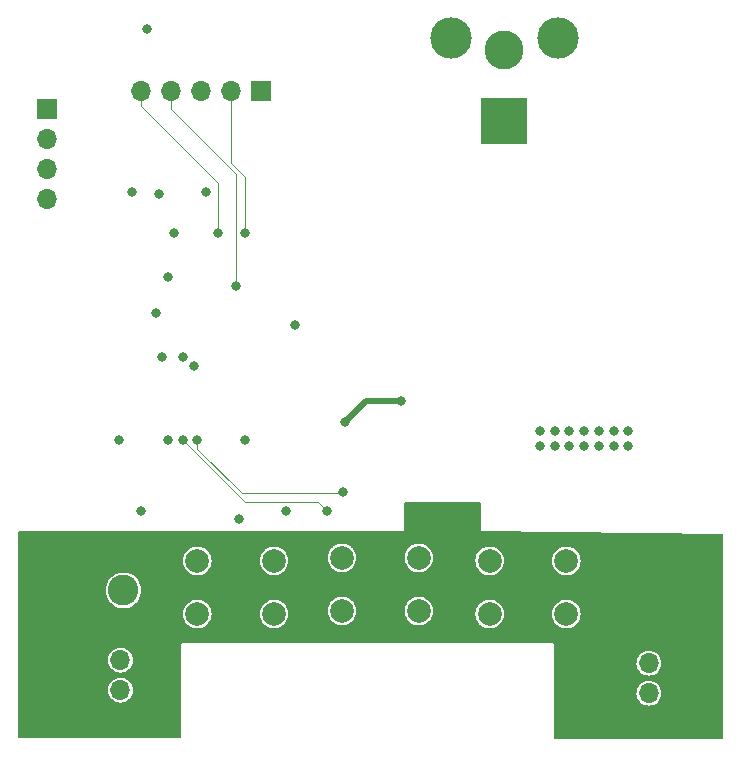
<source format=gbr>
%TF.GenerationSoftware,KiCad,Pcbnew,(7.0.0)*%
%TF.CreationDate,2023-08-10T01:03:10-05:00*%
%TF.ProjectId,Power_Supply,506f7765-725f-4537-9570-706c792e6b69,1*%
%TF.SameCoordinates,Original*%
%TF.FileFunction,Copper,L2,Inr*%
%TF.FilePolarity,Positive*%
%FSLAX46Y46*%
G04 Gerber Fmt 4.6, Leading zero omitted, Abs format (unit mm)*
G04 Created by KiCad (PCBNEW (7.0.0)) date 2023-08-10 01:03:10*
%MOMM*%
%LPD*%
G01*
G04 APERTURE LIST*
%TA.AperFunction,ComponentPad*%
%ADD10R,1.700000X1.700000*%
%TD*%
%TA.AperFunction,ComponentPad*%
%ADD11O,1.700000X1.700000*%
%TD*%
%TA.AperFunction,ComponentPad*%
%ADD12R,4.000000X4.000000*%
%TD*%
%TA.AperFunction,ComponentPad*%
%ADD13C,3.300000*%
%TD*%
%TA.AperFunction,ComponentPad*%
%ADD14C,3.500000*%
%TD*%
%TA.AperFunction,ComponentPad*%
%ADD15C,2.600000*%
%TD*%
%TA.AperFunction,ComponentPad*%
%ADD16C,2.000000*%
%TD*%
%TA.AperFunction,ViaPad*%
%ADD17C,0.800000*%
%TD*%
%TA.AperFunction,Conductor*%
%ADD18C,0.500000*%
%TD*%
%TA.AperFunction,Conductor*%
%ADD19C,0.090000*%
%TD*%
G04 APERTURE END LIST*
D10*
%TO.N,ADC*%
%TO.C,J10*%
X113454999Y-108444999D03*
D11*
X113454999Y-105904999D03*
%TO.N,GND*%
X115994999Y-108444999D03*
X115994999Y-105904999D03*
%TD*%
D12*
%TO.N,/MCU_POWER/JACK_OUT*%
%TO.C,J1*%
X148499999Y-60249999D03*
D13*
%TO.N,GND*%
X148500000Y-54250000D03*
D14*
%TO.N,N/C*%
X153000000Y-53250000D03*
X144000000Y-53250000D03*
%TD*%
D10*
%TO.N,+3.3V*%
%TO.C,J3*%
X109749999Y-59249999D03*
D11*
%TO.N,SCL*%
X109749999Y-61789999D03*
%TO.N,SDA*%
X109749999Y-64329999D03*
%TO.N,GND*%
X109749999Y-66869999D03*
%TD*%
D15*
%TO.N,ADC*%
%TO.C,H5*%
X111000000Y-100000000D03*
%TD*%
D16*
%TO.N,GND*%
%TO.C,SW1*%
X129000000Y-102000000D03*
X122500000Y-102000000D03*
%TO.N,/NRST*%
X129000000Y-97500000D03*
X122500000Y-97500000D03*
%TD*%
%TO.N,POT_BTN_DWN*%
%TO.C,SW3*%
X134750000Y-97250000D03*
X141250000Y-97250000D03*
%TO.N,GND*%
X134750000Y-101750000D03*
X141250000Y-101750000D03*
%TD*%
%TO.N,POT_BTN_UP*%
%TO.C,SW2*%
X147250000Y-97500000D03*
X153750000Y-97500000D03*
%TO.N,GND*%
X147250000Y-102000000D03*
X153750000Y-102000000D03*
%TD*%
D15*
%TO.N,GND*%
%TO.C,H6*%
X116250000Y-100000000D03*
%TD*%
D10*
%TO.N,+3.3V*%
%TO.C,J4*%
X127869999Y-57749999D03*
D11*
%TO.N,SWCLK*%
X125329999Y-57749999D03*
%TO.N,GND*%
X122789999Y-57749999D03*
%TO.N,SWDIO*%
X120249999Y-57749999D03*
%TO.N,SWO*%
X117709999Y-57749999D03*
%TD*%
D10*
%TO.N,ADC*%
%TO.C,J5*%
X158199999Y-108709999D03*
D11*
X158199999Y-106169999D03*
%TO.N,GND*%
X160739999Y-108709999D03*
X160739999Y-106169999D03*
%TD*%
D17*
%TO.N,Net-(U1-PA1)*%
X119500000Y-80250000D03*
X117750000Y-93250000D03*
%TO.N,+3.3V*%
X151500000Y-86500000D03*
X151500000Y-87750000D03*
X156500000Y-87750000D03*
X152750000Y-86500000D03*
X159000000Y-87750000D03*
X154000000Y-87750000D03*
X130749999Y-77500000D03*
X115862500Y-87250000D03*
X157750000Y-86500000D03*
X152750000Y-87750000D03*
X159000000Y-86500000D03*
X126500000Y-87250000D03*
X130000000Y-93250000D03*
X123250000Y-66250000D03*
X157750000Y-87750000D03*
X117000000Y-66250000D03*
X118250000Y-52500000D03*
X156500000Y-86500000D03*
X154000000Y-86500000D03*
X155250000Y-86500000D03*
X119294269Y-66455731D03*
X120000000Y-87250000D03*
X155250000Y-87750000D03*
%TO.N,/NRST*%
X126000000Y-94000000D03*
X119000000Y-76500000D03*
%TO.N,Wiper*%
X139750000Y-84000000D03*
X135000000Y-85750000D03*
%TO.N,PU*%
X121250000Y-87250000D03*
X133500000Y-93250000D03*
%TO.N,PD*%
X122500000Y-87250000D03*
X134830731Y-91669269D03*
%TO.N,SCL*%
X120500000Y-69750000D03*
%TO.N,SDA*%
X120000000Y-73500000D03*
%TO.N,SWCLK*%
X126500000Y-69750000D03*
%TO.N,SWDIO*%
X125750000Y-74250000D03*
%TO.N,SWO*%
X124250000Y-69750000D03*
%TO.N,POT_BTN_UP*%
X121250000Y-80250000D03*
%TO.N,POT_BTN_DWN*%
X122250000Y-81000000D03*
%TO.N,ADC*%
X144000000Y-94750000D03*
X145500000Y-94750000D03*
X141000000Y-94750000D03*
X144000000Y-93500000D03*
X142500000Y-94750000D03*
X141000000Y-93500000D03*
X145500000Y-93500000D03*
X114500000Y-95750000D03*
X142500000Y-93500000D03*
%TD*%
D18*
%TO.N,Wiper*%
X135000000Y-85750000D02*
X136750000Y-84000000D01*
X136750000Y-84000000D02*
X139750000Y-84000000D01*
D19*
%TO.N,PU*%
X126500000Y-92500000D02*
X132750000Y-92500000D01*
X121250000Y-87250000D02*
X126500000Y-92500000D01*
X132750000Y-92500000D02*
X133500000Y-93250000D01*
%TO.N,PD*%
X126250000Y-91750000D02*
X134750000Y-91750000D01*
X134750000Y-91750000D02*
X134830731Y-91669269D01*
X122500000Y-88000000D02*
X126250000Y-91750000D01*
X122500000Y-87250000D02*
X122500000Y-88000000D01*
%TO.N,SWCLK*%
X126500000Y-65000000D02*
X126500000Y-69750000D01*
X125330000Y-57750000D02*
X125330000Y-63830000D01*
X125330000Y-63830000D02*
X126500000Y-65000000D01*
%TO.N,SWDIO*%
X125750000Y-64750000D02*
X125750000Y-74250000D01*
X120250000Y-59250000D02*
X125750000Y-64750000D01*
X120250000Y-57750000D02*
X120250000Y-59250000D01*
%TO.N,SWO*%
X117710000Y-57750000D02*
X117710000Y-58960000D01*
X117710000Y-58960000D02*
X124250000Y-65500000D01*
X124250000Y-65500000D02*
X124250000Y-69750000D01*
%TD*%
%TA.AperFunction,Conductor*%
%TO.N,ADC*%
G36*
X146438000Y-92516613D02*
G01*
X146483387Y-92562000D01*
X146500000Y-92624000D01*
X146500000Y-95000000D01*
X166907264Y-95237293D01*
X166968662Y-95254388D01*
X167013459Y-95299724D01*
X167029820Y-95361323D01*
X167024538Y-112493374D01*
X167007916Y-112555353D01*
X166962538Y-112600723D01*
X166900557Y-112617336D01*
X152825319Y-112619478D01*
X152795255Y-112615783D01*
X152784532Y-112613105D01*
X152735937Y-112588674D01*
X152702473Y-112545797D01*
X152690577Y-112492728D01*
X152692891Y-108710000D01*
X159684417Y-108710000D01*
X159685014Y-108716061D01*
X159704102Y-108909869D01*
X159704103Y-108909875D01*
X159704700Y-108915934D01*
X159764768Y-109113954D01*
X159767638Y-109119323D01*
X159767640Y-109119328D01*
X159859444Y-109291079D01*
X159862315Y-109296450D01*
X159993590Y-109456410D01*
X160153550Y-109587685D01*
X160336046Y-109685232D01*
X160534066Y-109745300D01*
X160740000Y-109765583D01*
X160945934Y-109745300D01*
X161143954Y-109685232D01*
X161326450Y-109587685D01*
X161486410Y-109456410D01*
X161617685Y-109296450D01*
X161715232Y-109113954D01*
X161775300Y-108915934D01*
X161795583Y-108710000D01*
X161775300Y-108504066D01*
X161715232Y-108306046D01*
X161617685Y-108123550D01*
X161486410Y-107963590D01*
X161326450Y-107832315D01*
X161321079Y-107829444D01*
X161149328Y-107737640D01*
X161149323Y-107737638D01*
X161143954Y-107734768D01*
X161107356Y-107723666D01*
X160951764Y-107676468D01*
X160951759Y-107676467D01*
X160945934Y-107674700D01*
X160939875Y-107674103D01*
X160939869Y-107674102D01*
X160746061Y-107655014D01*
X160740000Y-107654417D01*
X160733939Y-107655014D01*
X160540130Y-107674102D01*
X160540122Y-107674103D01*
X160534066Y-107674700D01*
X160528242Y-107676466D01*
X160528235Y-107676468D01*
X160341877Y-107732999D01*
X160341875Y-107732999D01*
X160336046Y-107734768D01*
X160330679Y-107737636D01*
X160330671Y-107737640D01*
X160158920Y-107829444D01*
X160158915Y-107829447D01*
X160153550Y-107832315D01*
X160148846Y-107836174D01*
X160148842Y-107836178D01*
X159998296Y-107959727D01*
X159998290Y-107959732D01*
X159993590Y-107963590D01*
X159989732Y-107968290D01*
X159989727Y-107968296D01*
X159866178Y-108118842D01*
X159866174Y-108118846D01*
X159862315Y-108123550D01*
X159859447Y-108128915D01*
X159859444Y-108128920D01*
X159767640Y-108300671D01*
X159767636Y-108300679D01*
X159764768Y-108306046D01*
X159762999Y-108311875D01*
X159762999Y-108311877D01*
X159706468Y-108498235D01*
X159706466Y-108498242D01*
X159704700Y-108504066D01*
X159704103Y-108510122D01*
X159704102Y-108510130D01*
X159689660Y-108656764D01*
X159684417Y-108710000D01*
X152692891Y-108710000D01*
X152694445Y-106170000D01*
X159684417Y-106170000D01*
X159685014Y-106176061D01*
X159704102Y-106369869D01*
X159704103Y-106369875D01*
X159704700Y-106375934D01*
X159764768Y-106573954D01*
X159767638Y-106579323D01*
X159767640Y-106579328D01*
X159859444Y-106751079D01*
X159862315Y-106756450D01*
X159993590Y-106916410D01*
X160153550Y-107047685D01*
X160336046Y-107145232D01*
X160534066Y-107205300D01*
X160740000Y-107225583D01*
X160945934Y-107205300D01*
X161143954Y-107145232D01*
X161326450Y-107047685D01*
X161486410Y-106916410D01*
X161617685Y-106756450D01*
X161715232Y-106573954D01*
X161775300Y-106375934D01*
X161795583Y-106170000D01*
X161775300Y-105964066D01*
X161715232Y-105766046D01*
X161617685Y-105583550D01*
X161486410Y-105423590D01*
X161326450Y-105292315D01*
X161321079Y-105289444D01*
X161149328Y-105197640D01*
X161149323Y-105197638D01*
X161143954Y-105194768D01*
X161107356Y-105183666D01*
X160951764Y-105136468D01*
X160951759Y-105136467D01*
X160945934Y-105134700D01*
X160939875Y-105134103D01*
X160939869Y-105134102D01*
X160746061Y-105115014D01*
X160740000Y-105114417D01*
X160733939Y-105115014D01*
X160540130Y-105134102D01*
X160540122Y-105134103D01*
X160534066Y-105134700D01*
X160528242Y-105136466D01*
X160528235Y-105136468D01*
X160341877Y-105192999D01*
X160341875Y-105192999D01*
X160336046Y-105194768D01*
X160330679Y-105197636D01*
X160330671Y-105197640D01*
X160158920Y-105289444D01*
X160158915Y-105289447D01*
X160153550Y-105292315D01*
X160148846Y-105296174D01*
X160148842Y-105296178D01*
X159998296Y-105419727D01*
X159998290Y-105419732D01*
X159993590Y-105423590D01*
X159989732Y-105428290D01*
X159989727Y-105428296D01*
X159866178Y-105578842D01*
X159866174Y-105578846D01*
X159862315Y-105583550D01*
X159859447Y-105588915D01*
X159859444Y-105588920D01*
X159767640Y-105760671D01*
X159767636Y-105760679D01*
X159764768Y-105766046D01*
X159762999Y-105771875D01*
X159762999Y-105771877D01*
X159706468Y-105958235D01*
X159706466Y-105958242D01*
X159704700Y-105964066D01*
X159704103Y-105970122D01*
X159704102Y-105970130D01*
X159689660Y-106116764D01*
X159684417Y-106170000D01*
X152694445Y-106170000D01*
X152695418Y-104580145D01*
X152695451Y-104580096D01*
X152695418Y-104579945D01*
X152695419Y-104579899D01*
X152695398Y-104579848D01*
X152695387Y-104579796D01*
X152695360Y-104579757D01*
X152695302Y-104579615D01*
X152695247Y-104579592D01*
X152640478Y-104499813D01*
X152640465Y-104499721D01*
X152640364Y-104499647D01*
X152640356Y-104499635D01*
X152640281Y-104499586D01*
X152640217Y-104499539D01*
X152640204Y-104499535D01*
X152640099Y-104499467D01*
X152640007Y-104499486D01*
X152623708Y-104495411D01*
X152623707Y-104495411D01*
X152576214Y-104483540D01*
X152560148Y-104479524D01*
X152560090Y-104479500D01*
X152560052Y-104479499D01*
X152560016Y-104479491D01*
X152559955Y-104479499D01*
X152549184Y-104479498D01*
X152549181Y-104479498D01*
X121230867Y-104479378D01*
X121220187Y-104479378D01*
X121220171Y-104479364D01*
X121219984Y-104479378D01*
X121219901Y-104479378D01*
X121219882Y-104479385D01*
X121219864Y-104479387D01*
X121219794Y-104479421D01*
X121219617Y-104479495D01*
X121219608Y-104479515D01*
X121214043Y-104482308D01*
X121214042Y-104482309D01*
X121213674Y-104482493D01*
X121213665Y-104482498D01*
X121211053Y-104483809D01*
X121211049Y-104483811D01*
X121165873Y-104506491D01*
X121165871Y-104506492D01*
X121159956Y-104509462D01*
X121159951Y-104509461D01*
X121159762Y-104509559D01*
X121159687Y-104509598D01*
X121159684Y-104509601D01*
X121159679Y-104509604D01*
X121159608Y-104509688D01*
X121159486Y-104509830D01*
X121159486Y-104509835D01*
X121155840Y-104514209D01*
X121155836Y-104514213D01*
X121119720Y-104557553D01*
X121119719Y-104557554D01*
X121109695Y-104569584D01*
X121109617Y-104569617D01*
X121109566Y-104569740D01*
X121109553Y-104569756D01*
X121109531Y-104569824D01*
X121109500Y-104569901D01*
X121109499Y-104569924D01*
X121109461Y-104570049D01*
X121109499Y-104570122D01*
X121109479Y-104585408D01*
X121109479Y-104585410D01*
X121099542Y-112386864D01*
X121087956Y-112439043D01*
X121055483Y-112481497D01*
X121008157Y-112506340D01*
X120975959Y-112515118D01*
X120943326Y-112519484D01*
X107485198Y-112517502D01*
X107436988Y-112507739D01*
X107415933Y-112498850D01*
X107377048Y-112472859D01*
X107350557Y-112434313D01*
X107345896Y-112423659D01*
X107335500Y-112373959D01*
X107335500Y-108445000D01*
X114939417Y-108445000D01*
X114940014Y-108451061D01*
X114959102Y-108644869D01*
X114959103Y-108644875D01*
X114959700Y-108650934D01*
X114961467Y-108656759D01*
X114961468Y-108656764D01*
X114977617Y-108710000D01*
X115019768Y-108848954D01*
X115117315Y-109031450D01*
X115248590Y-109191410D01*
X115408550Y-109322685D01*
X115591046Y-109420232D01*
X115789066Y-109480300D01*
X115995000Y-109500583D01*
X116200934Y-109480300D01*
X116398954Y-109420232D01*
X116581450Y-109322685D01*
X116741410Y-109191410D01*
X116872685Y-109031450D01*
X116970232Y-108848954D01*
X117030300Y-108650934D01*
X117050583Y-108445000D01*
X117030300Y-108239066D01*
X116970232Y-108041046D01*
X116872685Y-107858550D01*
X116741410Y-107698590D01*
X116581450Y-107567315D01*
X116576079Y-107564444D01*
X116404328Y-107472640D01*
X116404323Y-107472638D01*
X116398954Y-107469768D01*
X116362356Y-107458666D01*
X116206764Y-107411468D01*
X116206759Y-107411467D01*
X116200934Y-107409700D01*
X116194875Y-107409103D01*
X116194869Y-107409102D01*
X116001061Y-107390014D01*
X115995000Y-107389417D01*
X115988939Y-107390014D01*
X115795130Y-107409102D01*
X115795122Y-107409103D01*
X115789066Y-107409700D01*
X115783242Y-107411466D01*
X115783235Y-107411468D01*
X115596877Y-107467999D01*
X115596875Y-107467999D01*
X115591046Y-107469768D01*
X115585679Y-107472636D01*
X115585671Y-107472640D01*
X115413920Y-107564444D01*
X115413915Y-107564447D01*
X115408550Y-107567315D01*
X115403846Y-107571174D01*
X115403842Y-107571178D01*
X115253296Y-107694727D01*
X115253290Y-107694732D01*
X115248590Y-107698590D01*
X115244732Y-107703290D01*
X115244727Y-107703296D01*
X115121178Y-107853842D01*
X115121174Y-107853846D01*
X115117315Y-107858550D01*
X115114447Y-107863915D01*
X115114444Y-107863920D01*
X115022640Y-108035671D01*
X115022636Y-108035679D01*
X115019768Y-108041046D01*
X115017999Y-108046875D01*
X115017999Y-108046877D01*
X114961468Y-108233235D01*
X114961466Y-108233242D01*
X114959700Y-108239066D01*
X114959103Y-108245122D01*
X114959102Y-108245130D01*
X114940890Y-108430040D01*
X114939417Y-108445000D01*
X107335500Y-108445000D01*
X107335500Y-105905000D01*
X114939417Y-105905000D01*
X114940014Y-105911061D01*
X114959102Y-106104869D01*
X114959103Y-106104875D01*
X114959700Y-106110934D01*
X114961467Y-106116759D01*
X114961468Y-106116764D01*
X114977617Y-106170000D01*
X115019768Y-106308954D01*
X115117315Y-106491450D01*
X115248590Y-106651410D01*
X115408550Y-106782685D01*
X115591046Y-106880232D01*
X115789066Y-106940300D01*
X115995000Y-106960583D01*
X116200934Y-106940300D01*
X116398954Y-106880232D01*
X116581450Y-106782685D01*
X116741410Y-106651410D01*
X116872685Y-106491450D01*
X116970232Y-106308954D01*
X117030300Y-106110934D01*
X117050583Y-105905000D01*
X117030300Y-105699066D01*
X116970232Y-105501046D01*
X116872685Y-105318550D01*
X116741410Y-105158590D01*
X116581450Y-105027315D01*
X116576079Y-105024444D01*
X116404328Y-104932640D01*
X116404323Y-104932638D01*
X116398954Y-104929768D01*
X116362356Y-104918666D01*
X116206764Y-104871468D01*
X116206759Y-104871467D01*
X116200934Y-104869700D01*
X116194875Y-104869103D01*
X116194869Y-104869102D01*
X116001061Y-104850014D01*
X115995000Y-104849417D01*
X115988939Y-104850014D01*
X115795130Y-104869102D01*
X115795122Y-104869103D01*
X115789066Y-104869700D01*
X115783242Y-104871466D01*
X115783235Y-104871468D01*
X115596877Y-104927999D01*
X115596875Y-104927999D01*
X115591046Y-104929768D01*
X115585679Y-104932636D01*
X115585671Y-104932640D01*
X115413920Y-105024444D01*
X115413915Y-105024447D01*
X115408550Y-105027315D01*
X115403846Y-105031174D01*
X115403842Y-105031178D01*
X115253296Y-105154727D01*
X115253290Y-105154732D01*
X115248590Y-105158590D01*
X115244732Y-105163290D01*
X115244727Y-105163296D01*
X115121178Y-105313842D01*
X115121174Y-105313846D01*
X115117315Y-105318550D01*
X115114447Y-105323915D01*
X115114444Y-105323920D01*
X115022640Y-105495671D01*
X115022636Y-105495679D01*
X115019768Y-105501046D01*
X115017999Y-105506875D01*
X115017999Y-105506877D01*
X114961468Y-105693235D01*
X114961466Y-105693242D01*
X114959700Y-105699066D01*
X114959103Y-105705122D01*
X114959102Y-105705130D01*
X114940890Y-105890040D01*
X114939417Y-105905000D01*
X107335500Y-105905000D01*
X107335500Y-102000000D01*
X121294357Y-102000000D01*
X121314885Y-102221536D01*
X121316454Y-102227050D01*
X121374201Y-102430013D01*
X121374204Y-102430021D01*
X121375771Y-102435528D01*
X121378323Y-102440653D01*
X121378325Y-102440658D01*
X121472387Y-102629559D01*
X121472389Y-102629563D01*
X121474942Y-102634689D01*
X121478391Y-102639256D01*
X121478394Y-102639261D01*
X121605561Y-102807658D01*
X121605566Y-102807663D01*
X121609019Y-102812236D01*
X121613255Y-102816097D01*
X121613259Y-102816102D01*
X121713569Y-102907546D01*
X121773438Y-102962124D01*
X121962599Y-103079247D01*
X122170060Y-103159618D01*
X122388757Y-103200500D01*
X122605514Y-103200500D01*
X122611243Y-103200500D01*
X122829940Y-103159618D01*
X123037401Y-103079247D01*
X123226562Y-102962124D01*
X123390981Y-102812236D01*
X123525058Y-102634689D01*
X123624229Y-102435528D01*
X123685115Y-102221536D01*
X123705643Y-102000000D01*
X127794357Y-102000000D01*
X127814885Y-102221536D01*
X127816454Y-102227050D01*
X127874201Y-102430013D01*
X127874204Y-102430021D01*
X127875771Y-102435528D01*
X127878323Y-102440653D01*
X127878325Y-102440658D01*
X127972387Y-102629559D01*
X127972389Y-102629563D01*
X127974942Y-102634689D01*
X127978391Y-102639256D01*
X127978394Y-102639261D01*
X128105561Y-102807658D01*
X128105566Y-102807663D01*
X128109019Y-102812236D01*
X128113255Y-102816097D01*
X128113259Y-102816102D01*
X128213569Y-102907546D01*
X128273438Y-102962124D01*
X128462599Y-103079247D01*
X128670060Y-103159618D01*
X128888757Y-103200500D01*
X129105514Y-103200500D01*
X129111243Y-103200500D01*
X129329940Y-103159618D01*
X129537401Y-103079247D01*
X129726562Y-102962124D01*
X129890981Y-102812236D01*
X130025058Y-102634689D01*
X130124229Y-102435528D01*
X130185115Y-102221536D01*
X130205643Y-102000000D01*
X130185115Y-101778464D01*
X130177016Y-101750000D01*
X133544357Y-101750000D01*
X133544886Y-101755709D01*
X133546483Y-101772949D01*
X133564885Y-101971536D01*
X133566454Y-101977050D01*
X133624201Y-102180013D01*
X133624204Y-102180021D01*
X133625771Y-102185528D01*
X133628323Y-102190653D01*
X133628325Y-102190658D01*
X133722387Y-102379559D01*
X133722389Y-102379563D01*
X133724942Y-102384689D01*
X133728391Y-102389256D01*
X133728394Y-102389261D01*
X133855561Y-102557658D01*
X133855566Y-102557663D01*
X133859019Y-102562236D01*
X133863255Y-102566097D01*
X133863259Y-102566102D01*
X133938496Y-102634689D01*
X134023438Y-102712124D01*
X134212599Y-102829247D01*
X134420060Y-102909618D01*
X134638757Y-102950500D01*
X134855514Y-102950500D01*
X134861243Y-102950500D01*
X135079940Y-102909618D01*
X135287401Y-102829247D01*
X135476562Y-102712124D01*
X135640981Y-102562236D01*
X135775058Y-102384689D01*
X135874229Y-102185528D01*
X135935115Y-101971536D01*
X135955643Y-101750000D01*
X140044357Y-101750000D01*
X140044886Y-101755709D01*
X140046483Y-101772949D01*
X140064885Y-101971536D01*
X140066454Y-101977050D01*
X140124201Y-102180013D01*
X140124204Y-102180021D01*
X140125771Y-102185528D01*
X140128323Y-102190653D01*
X140128325Y-102190658D01*
X140222387Y-102379559D01*
X140222389Y-102379563D01*
X140224942Y-102384689D01*
X140228391Y-102389256D01*
X140228394Y-102389261D01*
X140355561Y-102557658D01*
X140355566Y-102557663D01*
X140359019Y-102562236D01*
X140363255Y-102566097D01*
X140363259Y-102566102D01*
X140438496Y-102634689D01*
X140523438Y-102712124D01*
X140712599Y-102829247D01*
X140920060Y-102909618D01*
X141138757Y-102950500D01*
X141355514Y-102950500D01*
X141361243Y-102950500D01*
X141579940Y-102909618D01*
X141787401Y-102829247D01*
X141976562Y-102712124D01*
X142140981Y-102562236D01*
X142275058Y-102384689D01*
X142374229Y-102185528D01*
X142427016Y-102000000D01*
X146044357Y-102000000D01*
X146064885Y-102221536D01*
X146066454Y-102227050D01*
X146124201Y-102430013D01*
X146124204Y-102430021D01*
X146125771Y-102435528D01*
X146128323Y-102440653D01*
X146128325Y-102440658D01*
X146222387Y-102629559D01*
X146222389Y-102629563D01*
X146224942Y-102634689D01*
X146228391Y-102639256D01*
X146228394Y-102639261D01*
X146355561Y-102807658D01*
X146355566Y-102807663D01*
X146359019Y-102812236D01*
X146363255Y-102816097D01*
X146363259Y-102816102D01*
X146463569Y-102907546D01*
X146523438Y-102962124D01*
X146712599Y-103079247D01*
X146920060Y-103159618D01*
X147138757Y-103200500D01*
X147355514Y-103200500D01*
X147361243Y-103200500D01*
X147579940Y-103159618D01*
X147787401Y-103079247D01*
X147976562Y-102962124D01*
X148140981Y-102812236D01*
X148275058Y-102634689D01*
X148374229Y-102435528D01*
X148435115Y-102221536D01*
X148455643Y-102000000D01*
X152544357Y-102000000D01*
X152564885Y-102221536D01*
X152566454Y-102227050D01*
X152624201Y-102430013D01*
X152624204Y-102430021D01*
X152625771Y-102435528D01*
X152628323Y-102440653D01*
X152628325Y-102440658D01*
X152722387Y-102629559D01*
X152722389Y-102629563D01*
X152724942Y-102634689D01*
X152728391Y-102639256D01*
X152728394Y-102639261D01*
X152855561Y-102807658D01*
X152855566Y-102807663D01*
X152859019Y-102812236D01*
X152863255Y-102816097D01*
X152863259Y-102816102D01*
X152963569Y-102907546D01*
X153023438Y-102962124D01*
X153212599Y-103079247D01*
X153420060Y-103159618D01*
X153638757Y-103200500D01*
X153855514Y-103200500D01*
X153861243Y-103200500D01*
X154079940Y-103159618D01*
X154287401Y-103079247D01*
X154476562Y-102962124D01*
X154640981Y-102812236D01*
X154775058Y-102634689D01*
X154874229Y-102435528D01*
X154935115Y-102221536D01*
X154955643Y-102000000D01*
X154935115Y-101778464D01*
X154874229Y-101564472D01*
X154775058Y-101365311D01*
X154771605Y-101360738D01*
X154644438Y-101192341D01*
X154644434Y-101192337D01*
X154640981Y-101187764D01*
X154636744Y-101183901D01*
X154636740Y-101183897D01*
X154480796Y-101041736D01*
X154480797Y-101041736D01*
X154476562Y-101037876D01*
X154471692Y-101034861D01*
X154471690Y-101034859D01*
X154292275Y-100923771D01*
X154292276Y-100923771D01*
X154287401Y-100920753D01*
X154079940Y-100840382D01*
X154074302Y-100839328D01*
X153866872Y-100800552D01*
X153866869Y-100800551D01*
X153861243Y-100799500D01*
X153638757Y-100799500D01*
X153633131Y-100800551D01*
X153633127Y-100800552D01*
X153425697Y-100839328D01*
X153425694Y-100839328D01*
X153420060Y-100840382D01*
X153414717Y-100842451D01*
X153414713Y-100842453D01*
X153217941Y-100918683D01*
X153217936Y-100918685D01*
X153212599Y-100920753D01*
X153207727Y-100923769D01*
X153207724Y-100923771D01*
X153028309Y-101034859D01*
X153028301Y-101034864D01*
X153023438Y-101037876D01*
X153019207Y-101041732D01*
X153019203Y-101041736D01*
X152863259Y-101183897D01*
X152863249Y-101183907D01*
X152859019Y-101187764D01*
X152855570Y-101192330D01*
X152855561Y-101192341D01*
X152728394Y-101360738D01*
X152728387Y-101360748D01*
X152724942Y-101365311D01*
X152722392Y-101370431D01*
X152722387Y-101370440D01*
X152628325Y-101559341D01*
X152628321Y-101559349D01*
X152625771Y-101564472D01*
X152624205Y-101569975D01*
X152624201Y-101569986D01*
X152571359Y-101755709D01*
X152564885Y-101778464D01*
X152544357Y-102000000D01*
X148455643Y-102000000D01*
X148435115Y-101778464D01*
X148374229Y-101564472D01*
X148275058Y-101365311D01*
X148271605Y-101360738D01*
X148144438Y-101192341D01*
X148144434Y-101192337D01*
X148140981Y-101187764D01*
X148136744Y-101183901D01*
X148136740Y-101183897D01*
X147980796Y-101041736D01*
X147980797Y-101041736D01*
X147976562Y-101037876D01*
X147971692Y-101034861D01*
X147971690Y-101034859D01*
X147792275Y-100923771D01*
X147792276Y-100923771D01*
X147787401Y-100920753D01*
X147579940Y-100840382D01*
X147574302Y-100839328D01*
X147366872Y-100800552D01*
X147366869Y-100800551D01*
X147361243Y-100799500D01*
X147138757Y-100799500D01*
X147133131Y-100800551D01*
X147133127Y-100800552D01*
X146925697Y-100839328D01*
X146925694Y-100839328D01*
X146920060Y-100840382D01*
X146914717Y-100842451D01*
X146914713Y-100842453D01*
X146717941Y-100918683D01*
X146717936Y-100918685D01*
X146712599Y-100920753D01*
X146707727Y-100923769D01*
X146707724Y-100923771D01*
X146528309Y-101034859D01*
X146528301Y-101034864D01*
X146523438Y-101037876D01*
X146519207Y-101041732D01*
X146519203Y-101041736D01*
X146363259Y-101183897D01*
X146363249Y-101183907D01*
X146359019Y-101187764D01*
X146355570Y-101192330D01*
X146355561Y-101192341D01*
X146228394Y-101360738D01*
X146228387Y-101360748D01*
X146224942Y-101365311D01*
X146222392Y-101370431D01*
X146222387Y-101370440D01*
X146128325Y-101559341D01*
X146128321Y-101559349D01*
X146125771Y-101564472D01*
X146124205Y-101569975D01*
X146124201Y-101569986D01*
X146071359Y-101755709D01*
X146064885Y-101778464D01*
X146044357Y-102000000D01*
X142427016Y-102000000D01*
X142435115Y-101971536D01*
X142455643Y-101750000D01*
X142435115Y-101528464D01*
X142374229Y-101314472D01*
X142275058Y-101115311D01*
X142271605Y-101110738D01*
X142144438Y-100942341D01*
X142144434Y-100942337D01*
X142140981Y-100937764D01*
X142136744Y-100933901D01*
X142136740Y-100933897D01*
X141980796Y-100791736D01*
X141980797Y-100791736D01*
X141976562Y-100787876D01*
X141971692Y-100784861D01*
X141971690Y-100784859D01*
X141792275Y-100673771D01*
X141792276Y-100673771D01*
X141787401Y-100670753D01*
X141579940Y-100590382D01*
X141574302Y-100589328D01*
X141366872Y-100550552D01*
X141366869Y-100550551D01*
X141361243Y-100549500D01*
X141138757Y-100549500D01*
X141133131Y-100550551D01*
X141133127Y-100550552D01*
X140925697Y-100589328D01*
X140925694Y-100589328D01*
X140920060Y-100590382D01*
X140914717Y-100592451D01*
X140914713Y-100592453D01*
X140717941Y-100668683D01*
X140717936Y-100668685D01*
X140712599Y-100670753D01*
X140707727Y-100673769D01*
X140707724Y-100673771D01*
X140528309Y-100784859D01*
X140528301Y-100784864D01*
X140523438Y-100787876D01*
X140519207Y-100791732D01*
X140519203Y-100791736D01*
X140363259Y-100933897D01*
X140363249Y-100933907D01*
X140359019Y-100937764D01*
X140355570Y-100942330D01*
X140355561Y-100942341D01*
X140228394Y-101110738D01*
X140228387Y-101110748D01*
X140224942Y-101115311D01*
X140222392Y-101120431D01*
X140222387Y-101120440D01*
X140128325Y-101309341D01*
X140128321Y-101309349D01*
X140125771Y-101314472D01*
X140124205Y-101319975D01*
X140124201Y-101319986D01*
X140073082Y-101499655D01*
X140064885Y-101528464D01*
X140044357Y-101750000D01*
X135955643Y-101750000D01*
X135935115Y-101528464D01*
X135874229Y-101314472D01*
X135775058Y-101115311D01*
X135771605Y-101110738D01*
X135644438Y-100942341D01*
X135644434Y-100942337D01*
X135640981Y-100937764D01*
X135636744Y-100933901D01*
X135636740Y-100933897D01*
X135480796Y-100791736D01*
X135480797Y-100791736D01*
X135476562Y-100787876D01*
X135471692Y-100784861D01*
X135471690Y-100784859D01*
X135292275Y-100673771D01*
X135292276Y-100673771D01*
X135287401Y-100670753D01*
X135079940Y-100590382D01*
X135074302Y-100589328D01*
X134866872Y-100550552D01*
X134866869Y-100550551D01*
X134861243Y-100549500D01*
X134638757Y-100549500D01*
X134633131Y-100550551D01*
X134633127Y-100550552D01*
X134425697Y-100589328D01*
X134425694Y-100589328D01*
X134420060Y-100590382D01*
X134414717Y-100592451D01*
X134414713Y-100592453D01*
X134217941Y-100668683D01*
X134217936Y-100668685D01*
X134212599Y-100670753D01*
X134207727Y-100673769D01*
X134207724Y-100673771D01*
X134028309Y-100784859D01*
X134028301Y-100784864D01*
X134023438Y-100787876D01*
X134019207Y-100791732D01*
X134019203Y-100791736D01*
X133863259Y-100933897D01*
X133863249Y-100933907D01*
X133859019Y-100937764D01*
X133855570Y-100942330D01*
X133855561Y-100942341D01*
X133728394Y-101110738D01*
X133728387Y-101110748D01*
X133724942Y-101115311D01*
X133722392Y-101120431D01*
X133722387Y-101120440D01*
X133628325Y-101309341D01*
X133628321Y-101309349D01*
X133625771Y-101314472D01*
X133624205Y-101319975D01*
X133624201Y-101319986D01*
X133573082Y-101499655D01*
X133564885Y-101528464D01*
X133544357Y-101750000D01*
X130177016Y-101750000D01*
X130124229Y-101564472D01*
X130025058Y-101365311D01*
X130021605Y-101360738D01*
X129894438Y-101192341D01*
X129894434Y-101192337D01*
X129890981Y-101187764D01*
X129886744Y-101183901D01*
X129886740Y-101183897D01*
X129730796Y-101041736D01*
X129730797Y-101041736D01*
X129726562Y-101037876D01*
X129721692Y-101034861D01*
X129721690Y-101034859D01*
X129542275Y-100923771D01*
X129542276Y-100923771D01*
X129537401Y-100920753D01*
X129329940Y-100840382D01*
X129324302Y-100839328D01*
X129116872Y-100800552D01*
X129116869Y-100800551D01*
X129111243Y-100799500D01*
X128888757Y-100799500D01*
X128883131Y-100800551D01*
X128883127Y-100800552D01*
X128675697Y-100839328D01*
X128675694Y-100839328D01*
X128670060Y-100840382D01*
X128664717Y-100842451D01*
X128664713Y-100842453D01*
X128467941Y-100918683D01*
X128467936Y-100918685D01*
X128462599Y-100920753D01*
X128457727Y-100923769D01*
X128457724Y-100923771D01*
X128278309Y-101034859D01*
X128278301Y-101034864D01*
X128273438Y-101037876D01*
X128269207Y-101041732D01*
X128269203Y-101041736D01*
X128113259Y-101183897D01*
X128113249Y-101183907D01*
X128109019Y-101187764D01*
X128105570Y-101192330D01*
X128105561Y-101192341D01*
X127978394Y-101360738D01*
X127978387Y-101360748D01*
X127974942Y-101365311D01*
X127972392Y-101370431D01*
X127972387Y-101370440D01*
X127878325Y-101559341D01*
X127878321Y-101559349D01*
X127875771Y-101564472D01*
X127874205Y-101569975D01*
X127874201Y-101569986D01*
X127821359Y-101755709D01*
X127814885Y-101778464D01*
X127794357Y-102000000D01*
X123705643Y-102000000D01*
X123685115Y-101778464D01*
X123624229Y-101564472D01*
X123525058Y-101365311D01*
X123521605Y-101360738D01*
X123394438Y-101192341D01*
X123394434Y-101192337D01*
X123390981Y-101187764D01*
X123386744Y-101183901D01*
X123386740Y-101183897D01*
X123230796Y-101041736D01*
X123230797Y-101041736D01*
X123226562Y-101037876D01*
X123221692Y-101034861D01*
X123221690Y-101034859D01*
X123042275Y-100923771D01*
X123042276Y-100923771D01*
X123037401Y-100920753D01*
X122829940Y-100840382D01*
X122824302Y-100839328D01*
X122616872Y-100800552D01*
X122616869Y-100800551D01*
X122611243Y-100799500D01*
X122388757Y-100799500D01*
X122383131Y-100800551D01*
X122383127Y-100800552D01*
X122175697Y-100839328D01*
X122175694Y-100839328D01*
X122170060Y-100840382D01*
X122164717Y-100842451D01*
X122164713Y-100842453D01*
X121967941Y-100918683D01*
X121967936Y-100918685D01*
X121962599Y-100920753D01*
X121957727Y-100923769D01*
X121957724Y-100923771D01*
X121778309Y-101034859D01*
X121778301Y-101034864D01*
X121773438Y-101037876D01*
X121769207Y-101041732D01*
X121769203Y-101041736D01*
X121613259Y-101183897D01*
X121613249Y-101183907D01*
X121609019Y-101187764D01*
X121605570Y-101192330D01*
X121605561Y-101192341D01*
X121478394Y-101360738D01*
X121478387Y-101360748D01*
X121474942Y-101365311D01*
X121472392Y-101370431D01*
X121472387Y-101370440D01*
X121378325Y-101559341D01*
X121378321Y-101559349D01*
X121375771Y-101564472D01*
X121374205Y-101569975D01*
X121374201Y-101569986D01*
X121321359Y-101755709D01*
X121314885Y-101778464D01*
X121294357Y-102000000D01*
X107335500Y-102000000D01*
X107335500Y-100000000D01*
X114744357Y-100000000D01*
X114744781Y-100005117D01*
X114764467Y-100242701D01*
X114764468Y-100242709D01*
X114764892Y-100247821D01*
X114766149Y-100252788D01*
X114766151Y-100252795D01*
X114824678Y-100483910D01*
X114825937Y-100488881D01*
X114827997Y-100493577D01*
X114923766Y-100711910D01*
X114923769Y-100711916D01*
X114925827Y-100716607D01*
X114928627Y-100720893D01*
X114928631Y-100720900D01*
X115006004Y-100839328D01*
X115061836Y-100924785D01*
X115065310Y-100928559D01*
X115065311Y-100928560D01*
X115226784Y-101103967D01*
X115226787Y-101103970D01*
X115230256Y-101107738D01*
X115426491Y-101260474D01*
X115645190Y-101378828D01*
X115880386Y-101459571D01*
X116125665Y-101500500D01*
X116369201Y-101500500D01*
X116374335Y-101500500D01*
X116619614Y-101459571D01*
X116854810Y-101378828D01*
X117073509Y-101260474D01*
X117269744Y-101107738D01*
X117438164Y-100924785D01*
X117574173Y-100716607D01*
X117674063Y-100488881D01*
X117735108Y-100247821D01*
X117755643Y-100000000D01*
X117735108Y-99752179D01*
X117674063Y-99511119D01*
X117574173Y-99283393D01*
X117438164Y-99075215D01*
X117269744Y-98892262D01*
X117073509Y-98739526D01*
X117068997Y-98737084D01*
X116859316Y-98623610D01*
X116859310Y-98623607D01*
X116854810Y-98621172D01*
X116849969Y-98619510D01*
X116849962Y-98619507D01*
X116624465Y-98542094D01*
X116624461Y-98542093D01*
X116619614Y-98540429D01*
X116610768Y-98538952D01*
X116379398Y-98500344D01*
X116379387Y-98500343D01*
X116374335Y-98499500D01*
X116125665Y-98499500D01*
X116120613Y-98500343D01*
X116120601Y-98500344D01*
X115885443Y-98539585D01*
X115885441Y-98539585D01*
X115880386Y-98540429D01*
X115875541Y-98542092D01*
X115875534Y-98542094D01*
X115650037Y-98619507D01*
X115650026Y-98619511D01*
X115645190Y-98621172D01*
X115640693Y-98623605D01*
X115640683Y-98623610D01*
X115431002Y-98737084D01*
X115430995Y-98737088D01*
X115426491Y-98739526D01*
X115422448Y-98742672D01*
X115422440Y-98742678D01*
X115234304Y-98889111D01*
X115230256Y-98892262D01*
X115226793Y-98896023D01*
X115226784Y-98896032D01*
X115065311Y-99071439D01*
X115065305Y-99071446D01*
X115061836Y-99075215D01*
X115059031Y-99079506D01*
X115059028Y-99079512D01*
X114928631Y-99279099D01*
X114928624Y-99279111D01*
X114925827Y-99283393D01*
X114923772Y-99288077D01*
X114923766Y-99288089D01*
X114827997Y-99506422D01*
X114825937Y-99511119D01*
X114824679Y-99516084D01*
X114824678Y-99516089D01*
X114766151Y-99747204D01*
X114766149Y-99747213D01*
X114764892Y-99752179D01*
X114764468Y-99757288D01*
X114764467Y-99757298D01*
X114744781Y-99994883D01*
X114744357Y-100000000D01*
X107335500Y-100000000D01*
X107335500Y-97500000D01*
X121294357Y-97500000D01*
X121314885Y-97721536D01*
X121316454Y-97727050D01*
X121374201Y-97930013D01*
X121374204Y-97930021D01*
X121375771Y-97935528D01*
X121378323Y-97940653D01*
X121378325Y-97940658D01*
X121472387Y-98129559D01*
X121472389Y-98129563D01*
X121474942Y-98134689D01*
X121478391Y-98139256D01*
X121478394Y-98139261D01*
X121605561Y-98307658D01*
X121605566Y-98307663D01*
X121609019Y-98312236D01*
X121613255Y-98316097D01*
X121613259Y-98316102D01*
X121713569Y-98407546D01*
X121773438Y-98462124D01*
X121962599Y-98579247D01*
X122170060Y-98659618D01*
X122388757Y-98700500D01*
X122605514Y-98700500D01*
X122611243Y-98700500D01*
X122829940Y-98659618D01*
X123037401Y-98579247D01*
X123226562Y-98462124D01*
X123390981Y-98312236D01*
X123525058Y-98134689D01*
X123624229Y-97935528D01*
X123685115Y-97721536D01*
X123705643Y-97500000D01*
X127794357Y-97500000D01*
X127814885Y-97721536D01*
X127816454Y-97727050D01*
X127874201Y-97930013D01*
X127874204Y-97930021D01*
X127875771Y-97935528D01*
X127878323Y-97940653D01*
X127878325Y-97940658D01*
X127972387Y-98129559D01*
X127972389Y-98129563D01*
X127974942Y-98134689D01*
X127978391Y-98139256D01*
X127978394Y-98139261D01*
X128105561Y-98307658D01*
X128105566Y-98307663D01*
X128109019Y-98312236D01*
X128113255Y-98316097D01*
X128113259Y-98316102D01*
X128213569Y-98407546D01*
X128273438Y-98462124D01*
X128462599Y-98579247D01*
X128670060Y-98659618D01*
X128888757Y-98700500D01*
X129105514Y-98700500D01*
X129111243Y-98700500D01*
X129329940Y-98659618D01*
X129537401Y-98579247D01*
X129726562Y-98462124D01*
X129890981Y-98312236D01*
X130025058Y-98134689D01*
X130124229Y-97935528D01*
X130185115Y-97721536D01*
X130205643Y-97500000D01*
X130185115Y-97278464D01*
X130177016Y-97250000D01*
X133544357Y-97250000D01*
X133544886Y-97255709D01*
X133546483Y-97272949D01*
X133564885Y-97471536D01*
X133566454Y-97477050D01*
X133624201Y-97680013D01*
X133624204Y-97680021D01*
X133625771Y-97685528D01*
X133628323Y-97690653D01*
X133628325Y-97690658D01*
X133722387Y-97879559D01*
X133722389Y-97879563D01*
X133724942Y-97884689D01*
X133728391Y-97889256D01*
X133728394Y-97889261D01*
X133855561Y-98057658D01*
X133855566Y-98057663D01*
X133859019Y-98062236D01*
X133863255Y-98066097D01*
X133863259Y-98066102D01*
X133938496Y-98134689D01*
X134023438Y-98212124D01*
X134212599Y-98329247D01*
X134420060Y-98409618D01*
X134638757Y-98450500D01*
X134855514Y-98450500D01*
X134861243Y-98450500D01*
X135079940Y-98409618D01*
X135287401Y-98329247D01*
X135476562Y-98212124D01*
X135640981Y-98062236D01*
X135775058Y-97884689D01*
X135874229Y-97685528D01*
X135935115Y-97471536D01*
X135955643Y-97250000D01*
X140044357Y-97250000D01*
X140044886Y-97255709D01*
X140046483Y-97272949D01*
X140064885Y-97471536D01*
X140066454Y-97477050D01*
X140124201Y-97680013D01*
X140124204Y-97680021D01*
X140125771Y-97685528D01*
X140128323Y-97690653D01*
X140128325Y-97690658D01*
X140222387Y-97879559D01*
X140222389Y-97879563D01*
X140224942Y-97884689D01*
X140228391Y-97889256D01*
X140228394Y-97889261D01*
X140355561Y-98057658D01*
X140355566Y-98057663D01*
X140359019Y-98062236D01*
X140363255Y-98066097D01*
X140363259Y-98066102D01*
X140438496Y-98134689D01*
X140523438Y-98212124D01*
X140712599Y-98329247D01*
X140920060Y-98409618D01*
X141138757Y-98450500D01*
X141355514Y-98450500D01*
X141361243Y-98450500D01*
X141579940Y-98409618D01*
X141787401Y-98329247D01*
X141976562Y-98212124D01*
X142140981Y-98062236D01*
X142275058Y-97884689D01*
X142374229Y-97685528D01*
X142427016Y-97500000D01*
X146044357Y-97500000D01*
X146064885Y-97721536D01*
X146066454Y-97727050D01*
X146124201Y-97930013D01*
X146124204Y-97930021D01*
X146125771Y-97935528D01*
X146128323Y-97940653D01*
X146128325Y-97940658D01*
X146222387Y-98129559D01*
X146222389Y-98129563D01*
X146224942Y-98134689D01*
X146228391Y-98139256D01*
X146228394Y-98139261D01*
X146355561Y-98307658D01*
X146355566Y-98307663D01*
X146359019Y-98312236D01*
X146363255Y-98316097D01*
X146363259Y-98316102D01*
X146463569Y-98407546D01*
X146523438Y-98462124D01*
X146712599Y-98579247D01*
X146920060Y-98659618D01*
X147138757Y-98700500D01*
X147355514Y-98700500D01*
X147361243Y-98700500D01*
X147579940Y-98659618D01*
X147787401Y-98579247D01*
X147976562Y-98462124D01*
X148140981Y-98312236D01*
X148275058Y-98134689D01*
X148374229Y-97935528D01*
X148435115Y-97721536D01*
X148455643Y-97500000D01*
X152544357Y-97500000D01*
X152564885Y-97721536D01*
X152566454Y-97727050D01*
X152624201Y-97930013D01*
X152624204Y-97930021D01*
X152625771Y-97935528D01*
X152628323Y-97940653D01*
X152628325Y-97940658D01*
X152722387Y-98129559D01*
X152722389Y-98129563D01*
X152724942Y-98134689D01*
X152728391Y-98139256D01*
X152728394Y-98139261D01*
X152855561Y-98307658D01*
X152855566Y-98307663D01*
X152859019Y-98312236D01*
X152863255Y-98316097D01*
X152863259Y-98316102D01*
X152963569Y-98407546D01*
X153023438Y-98462124D01*
X153212599Y-98579247D01*
X153420060Y-98659618D01*
X153638757Y-98700500D01*
X153855514Y-98700500D01*
X153861243Y-98700500D01*
X154079940Y-98659618D01*
X154287401Y-98579247D01*
X154476562Y-98462124D01*
X154640981Y-98312236D01*
X154775058Y-98134689D01*
X154874229Y-97935528D01*
X154935115Y-97721536D01*
X154955643Y-97500000D01*
X154935115Y-97278464D01*
X154874229Y-97064472D01*
X154775058Y-96865311D01*
X154771605Y-96860738D01*
X154644438Y-96692341D01*
X154644434Y-96692337D01*
X154640981Y-96687764D01*
X154636744Y-96683901D01*
X154636740Y-96683897D01*
X154480796Y-96541736D01*
X154480797Y-96541736D01*
X154476562Y-96537876D01*
X154471692Y-96534861D01*
X154471690Y-96534859D01*
X154292275Y-96423771D01*
X154292276Y-96423771D01*
X154287401Y-96420753D01*
X154079940Y-96340382D01*
X154074302Y-96339328D01*
X153866872Y-96300552D01*
X153866869Y-96300551D01*
X153861243Y-96299500D01*
X153638757Y-96299500D01*
X153633131Y-96300551D01*
X153633127Y-96300552D01*
X153425697Y-96339328D01*
X153425694Y-96339328D01*
X153420060Y-96340382D01*
X153414717Y-96342451D01*
X153414713Y-96342453D01*
X153217941Y-96418683D01*
X153217936Y-96418685D01*
X153212599Y-96420753D01*
X153207727Y-96423769D01*
X153207724Y-96423771D01*
X153028309Y-96534859D01*
X153028301Y-96534864D01*
X153023438Y-96537876D01*
X153019207Y-96541732D01*
X153019203Y-96541736D01*
X152863259Y-96683897D01*
X152863249Y-96683907D01*
X152859019Y-96687764D01*
X152855570Y-96692330D01*
X152855561Y-96692341D01*
X152728394Y-96860738D01*
X152728387Y-96860748D01*
X152724942Y-96865311D01*
X152722392Y-96870431D01*
X152722387Y-96870440D01*
X152628325Y-97059341D01*
X152628321Y-97059349D01*
X152625771Y-97064472D01*
X152624205Y-97069975D01*
X152624201Y-97069986D01*
X152571359Y-97255709D01*
X152564885Y-97278464D01*
X152544357Y-97500000D01*
X148455643Y-97500000D01*
X148435115Y-97278464D01*
X148374229Y-97064472D01*
X148275058Y-96865311D01*
X148271605Y-96860738D01*
X148144438Y-96692341D01*
X148144434Y-96692337D01*
X148140981Y-96687764D01*
X148136744Y-96683901D01*
X148136740Y-96683897D01*
X147980796Y-96541736D01*
X147980797Y-96541736D01*
X147976562Y-96537876D01*
X147971692Y-96534861D01*
X147971690Y-96534859D01*
X147792275Y-96423771D01*
X147792276Y-96423771D01*
X147787401Y-96420753D01*
X147579940Y-96340382D01*
X147574302Y-96339328D01*
X147366872Y-96300552D01*
X147366869Y-96300551D01*
X147361243Y-96299500D01*
X147138757Y-96299500D01*
X147133131Y-96300551D01*
X147133127Y-96300552D01*
X146925697Y-96339328D01*
X146925694Y-96339328D01*
X146920060Y-96340382D01*
X146914717Y-96342451D01*
X146914713Y-96342453D01*
X146717941Y-96418683D01*
X146717936Y-96418685D01*
X146712599Y-96420753D01*
X146707727Y-96423769D01*
X146707724Y-96423771D01*
X146528309Y-96534859D01*
X146528301Y-96534864D01*
X146523438Y-96537876D01*
X146519207Y-96541732D01*
X146519203Y-96541736D01*
X146363259Y-96683897D01*
X146363249Y-96683907D01*
X146359019Y-96687764D01*
X146355570Y-96692330D01*
X146355561Y-96692341D01*
X146228394Y-96860738D01*
X146228387Y-96860748D01*
X146224942Y-96865311D01*
X146222392Y-96870431D01*
X146222387Y-96870440D01*
X146128325Y-97059341D01*
X146128321Y-97059349D01*
X146125771Y-97064472D01*
X146124205Y-97069975D01*
X146124201Y-97069986D01*
X146071359Y-97255709D01*
X146064885Y-97278464D01*
X146044357Y-97500000D01*
X142427016Y-97500000D01*
X142435115Y-97471536D01*
X142455643Y-97250000D01*
X142435115Y-97028464D01*
X142374229Y-96814472D01*
X142275058Y-96615311D01*
X142214304Y-96534859D01*
X142144438Y-96442341D01*
X142144434Y-96442337D01*
X142140981Y-96437764D01*
X142136744Y-96433901D01*
X142136740Y-96433897D01*
X141980796Y-96291736D01*
X141980797Y-96291736D01*
X141976562Y-96287876D01*
X141971692Y-96284861D01*
X141971690Y-96284859D01*
X141792275Y-96173771D01*
X141792276Y-96173771D01*
X141787401Y-96170753D01*
X141579940Y-96090382D01*
X141574302Y-96089328D01*
X141366872Y-96050552D01*
X141366869Y-96050551D01*
X141361243Y-96049500D01*
X141138757Y-96049500D01*
X141133131Y-96050551D01*
X141133127Y-96050552D01*
X140925697Y-96089328D01*
X140925694Y-96089328D01*
X140920060Y-96090382D01*
X140914717Y-96092451D01*
X140914713Y-96092453D01*
X140717941Y-96168683D01*
X140717936Y-96168685D01*
X140712599Y-96170753D01*
X140707727Y-96173769D01*
X140707724Y-96173771D01*
X140528309Y-96284859D01*
X140528301Y-96284864D01*
X140523438Y-96287876D01*
X140519207Y-96291732D01*
X140519203Y-96291736D01*
X140363259Y-96433897D01*
X140363249Y-96433907D01*
X140359019Y-96437764D01*
X140355570Y-96442330D01*
X140355561Y-96442341D01*
X140228394Y-96610738D01*
X140228387Y-96610748D01*
X140224942Y-96615311D01*
X140222392Y-96620431D01*
X140222387Y-96620440D01*
X140128325Y-96809341D01*
X140128321Y-96809349D01*
X140125771Y-96814472D01*
X140124205Y-96819975D01*
X140124201Y-96819986D01*
X140066454Y-97022949D01*
X140064885Y-97028464D01*
X140044357Y-97250000D01*
X135955643Y-97250000D01*
X135935115Y-97028464D01*
X135874229Y-96814472D01*
X135775058Y-96615311D01*
X135714304Y-96534859D01*
X135644438Y-96442341D01*
X135644434Y-96442337D01*
X135640981Y-96437764D01*
X135636744Y-96433901D01*
X135636740Y-96433897D01*
X135480796Y-96291736D01*
X135480797Y-96291736D01*
X135476562Y-96287876D01*
X135471692Y-96284861D01*
X135471690Y-96284859D01*
X135292275Y-96173771D01*
X135292276Y-96173771D01*
X135287401Y-96170753D01*
X135079940Y-96090382D01*
X135074302Y-96089328D01*
X134866872Y-96050552D01*
X134866869Y-96050551D01*
X134861243Y-96049500D01*
X134638757Y-96049500D01*
X134633131Y-96050551D01*
X134633127Y-96050552D01*
X134425697Y-96089328D01*
X134425694Y-96089328D01*
X134420060Y-96090382D01*
X134414717Y-96092451D01*
X134414713Y-96092453D01*
X134217941Y-96168683D01*
X134217936Y-96168685D01*
X134212599Y-96170753D01*
X134207727Y-96173769D01*
X134207724Y-96173771D01*
X134028309Y-96284859D01*
X134028301Y-96284864D01*
X134023438Y-96287876D01*
X134019207Y-96291732D01*
X134019203Y-96291736D01*
X133863259Y-96433897D01*
X133863249Y-96433907D01*
X133859019Y-96437764D01*
X133855570Y-96442330D01*
X133855561Y-96442341D01*
X133728394Y-96610738D01*
X133728387Y-96610748D01*
X133724942Y-96615311D01*
X133722392Y-96620431D01*
X133722387Y-96620440D01*
X133628325Y-96809341D01*
X133628321Y-96809349D01*
X133625771Y-96814472D01*
X133624205Y-96819975D01*
X133624201Y-96819986D01*
X133566454Y-97022949D01*
X133564885Y-97028464D01*
X133544357Y-97250000D01*
X130177016Y-97250000D01*
X130124229Y-97064472D01*
X130025058Y-96865311D01*
X130021605Y-96860738D01*
X129894438Y-96692341D01*
X129894434Y-96692337D01*
X129890981Y-96687764D01*
X129886744Y-96683901D01*
X129886740Y-96683897D01*
X129730796Y-96541736D01*
X129730797Y-96541736D01*
X129726562Y-96537876D01*
X129721692Y-96534861D01*
X129721690Y-96534859D01*
X129542275Y-96423771D01*
X129542276Y-96423771D01*
X129537401Y-96420753D01*
X129329940Y-96340382D01*
X129324302Y-96339328D01*
X129116872Y-96300552D01*
X129116869Y-96300551D01*
X129111243Y-96299500D01*
X128888757Y-96299500D01*
X128883131Y-96300551D01*
X128883127Y-96300552D01*
X128675697Y-96339328D01*
X128675694Y-96339328D01*
X128670060Y-96340382D01*
X128664717Y-96342451D01*
X128664713Y-96342453D01*
X128467941Y-96418683D01*
X128467936Y-96418685D01*
X128462599Y-96420753D01*
X128457727Y-96423769D01*
X128457724Y-96423771D01*
X128278309Y-96534859D01*
X128278301Y-96534864D01*
X128273438Y-96537876D01*
X128269207Y-96541732D01*
X128269203Y-96541736D01*
X128113259Y-96683897D01*
X128113249Y-96683907D01*
X128109019Y-96687764D01*
X128105570Y-96692330D01*
X128105561Y-96692341D01*
X127978394Y-96860738D01*
X127978387Y-96860748D01*
X127974942Y-96865311D01*
X127972392Y-96870431D01*
X127972387Y-96870440D01*
X127878325Y-97059341D01*
X127878321Y-97059349D01*
X127875771Y-97064472D01*
X127874205Y-97069975D01*
X127874201Y-97069986D01*
X127821359Y-97255709D01*
X127814885Y-97278464D01*
X127794357Y-97500000D01*
X123705643Y-97500000D01*
X123685115Y-97278464D01*
X123624229Y-97064472D01*
X123525058Y-96865311D01*
X123521605Y-96860738D01*
X123394438Y-96692341D01*
X123394434Y-96692337D01*
X123390981Y-96687764D01*
X123386744Y-96683901D01*
X123386740Y-96683897D01*
X123230796Y-96541736D01*
X123230797Y-96541736D01*
X123226562Y-96537876D01*
X123221692Y-96534861D01*
X123221690Y-96534859D01*
X123042275Y-96423771D01*
X123042276Y-96423771D01*
X123037401Y-96420753D01*
X122829940Y-96340382D01*
X122824302Y-96339328D01*
X122616872Y-96300552D01*
X122616869Y-96300551D01*
X122611243Y-96299500D01*
X122388757Y-96299500D01*
X122383131Y-96300551D01*
X122383127Y-96300552D01*
X122175697Y-96339328D01*
X122175694Y-96339328D01*
X122170060Y-96340382D01*
X122164717Y-96342451D01*
X122164713Y-96342453D01*
X121967941Y-96418683D01*
X121967936Y-96418685D01*
X121962599Y-96420753D01*
X121957727Y-96423769D01*
X121957724Y-96423771D01*
X121778309Y-96534859D01*
X121778301Y-96534864D01*
X121773438Y-96537876D01*
X121769207Y-96541732D01*
X121769203Y-96541736D01*
X121613259Y-96683897D01*
X121613249Y-96683907D01*
X121609019Y-96687764D01*
X121605570Y-96692330D01*
X121605561Y-96692341D01*
X121478394Y-96860738D01*
X121478387Y-96860748D01*
X121474942Y-96865311D01*
X121472392Y-96870431D01*
X121472387Y-96870440D01*
X121378325Y-97059341D01*
X121378321Y-97059349D01*
X121375771Y-97064472D01*
X121374205Y-97069975D01*
X121374201Y-97069986D01*
X121321359Y-97255709D01*
X121314885Y-97278464D01*
X121294357Y-97500000D01*
X107335500Y-97500000D01*
X107335500Y-95124000D01*
X107352113Y-95062000D01*
X107397500Y-95016613D01*
X107459500Y-95000000D01*
X139983674Y-95000000D01*
X140000000Y-95000000D01*
X140000000Y-92624000D01*
X140016613Y-92562000D01*
X140062000Y-92516613D01*
X140124000Y-92500000D01*
X146376000Y-92500000D01*
X146438000Y-92516613D01*
G37*
%TD.AperFunction*%
%TD*%
M02*

</source>
